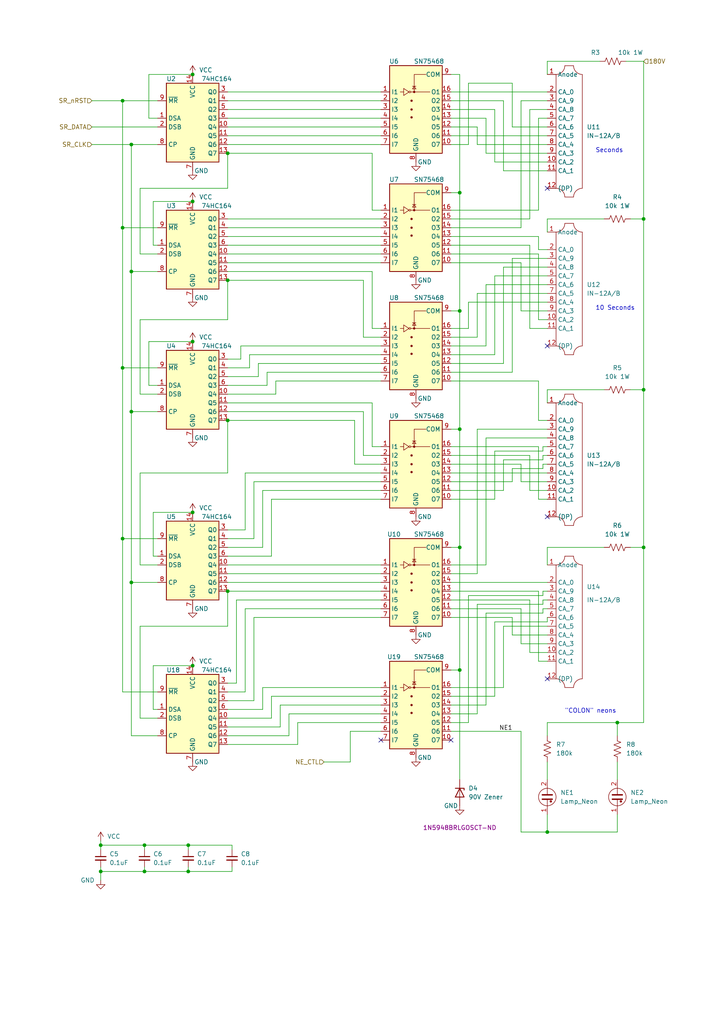
<source format=kicad_sch>
(kicad_sch (version 20211123) (generator eeschema)
  (paper "A4" portrait)
  (lib_symbols
    (symbol "74xx:74HC164"
      (property "Reference" "U" (at 1.905 -13.97 0))
      (property "Value" "74HC164" (at 1.905 -16.51 0))
      (symbol "74HC164_0_1"
        (rectangle (start 7.62 10.16) (end -7.62 -12.7) (stroke (width 0.254)) (fill (type background)))
      )
      (symbol "74HC164_1_1"
        (pin input line (at -10.16 0 0) (length 2.54) (name "DSA") (number "1"))
        (pin output line (at 10.16 -2.54 180) (length 2.54) (name "Q4") (number "10"))
        (pin output line (at 10.16 -5.08 180) (length 2.54) (name "Q5") (number "11"))
        (pin output line (at 10.16 -7.62 180) (length 2.54) (name "Q6") (number "12"))
        (pin output line (at 10.16 -10.16 180) (length 2.54) (name "Q7") (number "13"))
        (pin power_in line (at 0 12.7 270) (length 2.54) (name "VCC") (number "14"))
        (pin input line (at -10.16 -2.54 0) (length 2.54) (name "DSB") (number "2"))
        (pin output line (at 10.16 7.62 180) (length 2.54) (name "Q0") (number "3"))
        (pin output line (at 10.16 5.08 180) (length 2.54) (name "Q1") (number "4"))
        (pin output line (at 10.16 2.54 180) (length 2.54) (name "Q2") (number "5"))
        (pin output line (at 10.16 0 180) (length 2.54) (name "Q3") (number "6"))
        (pin power_in line (at 0 -15.24 90) (length 2.54) (name "GND") (number "7"))
        (pin input line (at -10.16 -7.62 0) (length 2.54) (name "CP") (number "8"))
        (pin input line (at -10.16 5.08 0) (length 2.54) (name "~{MR}") (number "9"))
      )
    )
    (symbol "Device:C_Small" (pin_numbers hide) (pin_names (offset 0.254) hide)
      (property "Reference" "C" (at 0.254 1.778 0))
      (property "Value" "C_Small" (at 0.254 -2.032 0))
      (symbol "C_Small_0_1"
        (polyline (pts (xy -1.524 -0.508) (xy 1.524 -0.508)) (stroke (width 0.3302)))
        (polyline (pts (xy -1.524 0.508) (xy 1.524 0.508)) (stroke (width 0.3048)))
      )
      (symbol "C_Small_1_1"
        (pin passive line (at 0 2.54 270) (length 2.032) (name "~") (number "1"))
        (pin passive line (at 0 -2.54 90) (length 2.032) (name "~") (number "2"))
      )
    )
    (symbol "Device:D_Zener" (pin_numbers hide) (pin_names (offset 1.016) hide)
      (property "Reference" "D" (at 0 2.54 0))
      (property "Value" "D_Zener" (at 0 -2.54 0))
      (symbol "D_Zener_0_1"
        (polyline (pts (xy 1.27 0) (xy -1.27 0)))
        (polyline (pts (xy -1.27 -1.27) (xy -1.27 1.27) (xy -0.762 1.27)) (stroke (width 0.254)))
        (polyline (pts (xy 1.27 -1.27) (xy 1.27 1.27) (xy -1.27 0) (xy 1.27 -1.27)) (stroke (width 0.254)))
      )
      (symbol "D_Zener_1_1"
        (pin passive line (at -3.81 0 0) (length 2.54) (name "K") (number "1"))
        (pin passive line (at 3.81 0 180) (length 2.54) (name "A") (number "2"))
      )
    )
    (symbol "Device:Lamp_Neon" (pin_names (offset 0.0254) hide)
      (property "Reference" "NE" (at 0.635 3.81 0))
      (property "Value" "Lamp_Neon" (at 0.635 -3.81 0))
      (symbol "Lamp_Neon_0_1"
        (rectangle (start -1.524 -0.508) (end 1.524 -0.762) (fill (type outline)))
        (rectangle (start -1.524 0.762) (end 1.524 0.508) (fill (type outline)))
        (polyline (pts (xy 0 -2.54) (xy 0 -0.762)))
        (polyline (pts (xy 0 0.762) (xy 0 2.54)))
        (circle (center 0 0) (radius 2.54))
        (circle (center 1.016 -1.27) (radius 0.254) (fill (type outline)))
      )
      (symbol "Lamp_Neon_1_1"
        (pin passive line (at 0 -5.08 90) (length 2.54) (name "~") (number "1"))
        (pin passive line (at 0 5.08 270) (length 2.54) (name "~") (number "2"))
      )
    )
    (symbol "Device:R_US" (pin_numbers hide) (pin_names (offset 0))
      (property "Reference" "R" (at 2.54 0 90))
      (property "Value" "R_US" (at -2.54 0 90))
      (symbol "R_US_0_1"
        (polyline (pts (xy 0 -2.286) (xy 0 -2.54)))
        (polyline (pts (xy 0 2.286) (xy 0 2.54)))
        (polyline (pts (xy 0 -0.762) (xy 1.016 -1.143) (xy 0 -1.524) (xy -1.016 -1.905) (xy 0 -2.286)))
        (polyline (pts (xy 0 0.762) (xy 1.016 0.381) (xy 0 0) (xy -1.016 -0.381) (xy 0 -0.762)))
        (polyline (pts (xy 0 2.286) (xy 1.016 1.905) (xy 0 1.524) (xy -1.016 1.143) (xy 0 0.762)))
      )
      (symbol "R_US_1_1"
        (pin passive line (at 0 3.81 270) (length 1.27) (name "~") (number "1"))
        (pin passive line (at 0 -3.81 90) (length 1.27) (name "~") (number "2"))
      )
    )
    (symbol "Transistor_Array:SN75468"
      (property "Reference" "U" (at 0 15.875 0))
      (property "Value" "SN75468" (at 0 13.97 0))
      (symbol "SN75468_0_1"
        (rectangle (start -7.62 -12.7) (end 7.62 12.7) (stroke (width 0.254)) (fill (type background)))
        (circle (center -1.778 5.08) (radius 0.254))
        (circle (center -1.27 -2.286) (radius 0.254) (fill (type outline)))
        (circle (center -1.27 0) (radius 0.254) (fill (type outline)))
        (circle (center -1.27 2.54) (radius 0.254) (fill (type outline)))
        (circle (center -0.508 5.08) (radius 0.254) (fill (type outline)))
        (polyline (pts (xy -4.572 5.08) (xy -3.556 5.08)))
        (polyline (pts (xy -1.524 5.08) (xy 4.064 5.08)))
        (polyline (pts (xy 0 6.731) (xy -1.016 6.731)))
        (polyline (pts (xy -0.508 5.08) (xy -0.508 10.16) (xy 2.921 10.16)))
        (polyline (pts (xy -3.556 6.096) (xy -3.556 4.064) (xy -2.032 5.08) (xy -3.556 6.096)))
        (polyline (pts (xy 0 5.969) (xy -1.016 5.969) (xy -0.508 6.731) (xy 0 5.969)))
      )
      (symbol "SN75468_1_1"
        (pin input line (at -10.16 5.08 0) (length 2.54) (name "I1") (number "1"))
        (pin open_collector line (at 10.16 -10.16 180) (length 2.54) (name "O7") (number "10"))
        (pin open_collector line (at 10.16 -7.62 180) (length 2.54) (name "O6") (number "11"))
        (pin open_collector line (at 10.16 -5.08 180) (length 2.54) (name "O5") (number "12"))
        (pin open_collector line (at 10.16 -2.54 180) (length 2.54) (name "O4") (number "13"))
        (pin open_collector line (at 10.16 0 180) (length 2.54) (name "O3") (number "14"))
        (pin open_collector line (at 10.16 2.54 180) (length 2.54) (name "O2") (number "15"))
        (pin open_collector line (at 10.16 5.08 180) (length 2.54) (name "O1") (number "16"))
        (pin input line (at -10.16 2.54 0) (length 2.54) (name "I2") (number "2"))
        (pin input line (at -10.16 0 0) (length 2.54) (name "I3") (number "3"))
        (pin input line (at -10.16 -2.54 0) (length 2.54) (name "I4") (number "4"))
        (pin input line (at -10.16 -5.08 0) (length 2.54) (name "I5") (number "5"))
        (pin input line (at -10.16 -7.62 0) (length 2.54) (name "I6") (number "6"))
        (pin input line (at -10.16 -10.16 0) (length 2.54) (name "I7") (number "7"))
        (pin power_in line (at 0 -15.24 90) (length 2.54) (name "GND") (number "8"))
        (pin passive line (at 10.16 10.16 180) (length 2.54) (name "COM") (number "9"))
      )
    )
    (symbol "my_nixies:IN-12A{slash}B"
      (property "Reference" "U" (at -1.27 7.62 0))
      (property "Value" "IN-12A{slash}B" (at 8.89 7.62 0))
      (symbol "IN-12A{slash}B_0_1"
        (polyline (pts (xy 2.54 -30.48) (xy 2.54 2.54)))
        (polyline (pts (xy 5.08 5.08) (xy 7.62 5.08)))
        (polyline (pts (xy 7.62 -33.02) (xy 5.08 -33.02)))
        (polyline (pts (xy 10.16 2.54) (xy 10.16 -30.48)))
        (arc (start 2.54 2.54) (mid 6.8761 0.7439) (end 5.08 5.08))
        (arc (start 5.08 -33.02) (mid 6.8761 -28.6839) (end 2.54 -30.48))
        (arc (start 7.62 5.08) (mid 5.8239 0.7439) (end 10.16 2.54))
        (arc (start 10.16 -30.48) (mid 5.8239 -28.6839) (end 7.62 -33.02))
      )
      (symbol "IN-12A{slash}B_1_1"
        (pin passive line (at 0 2.54 0) (length 2.54) (name "Anode") (number "1"))
        (pin passive line (at 0 -22.86 0) (length 2.54) (name "CA_2") (number "10"))
        (pin passive line (at 0 -25.4 0) (length 2.54) (name "CA_1") (number "11"))
        (pin passive line (at 0 -30.48 0) (length 2.54) (name "(DP)") (number "12"))
        (pin passive line (at 0 -2.54 0) (length 2.54) (name "CA_0") (number "2"))
        (pin passive line (at 0 -5.08 0) (length 2.54) (name "CA_9") (number "3"))
        (pin passive line (at 0 -7.62 0) (length 2.54) (name "CA_8") (number "4"))
        (pin passive line (at 0 -10.16 0) (length 2.54) (name "CA_7") (number "5"))
        (pin passive line (at 0 -12.7 0) (length 2.54) (name "CA_6") (number "6"))
        (pin passive line (at 0 -15.24 0) (length 2.54) (name "CA_5") (number "7"))
        (pin passive line (at 0 -17.78 0) (length 2.54) (name "CA_4") (number "8"))
        (pin passive line (at 0 -20.32 0) (length 2.54) (name "CA_3") (number "9"))
      )
    )
    (symbol "power:GND" (power) (pin_names (offset 0))
      (property "Value" "GND" (at 0 -3.81 0))
      (symbol "GND_0_1"
        (polyline (pts (xy 0 0) (xy 0 -1.27) (xy 1.27 -1.27) (xy 0 -2.54) (xy -1.27 -1.27) (xy 0 -1.27)))
      )
      (symbol "GND_1_1"
        (pin power_in line (at 0 0 270) (length 0) hide (name "GND") (number "1"))
      )
    )
    (symbol "power:VCC" (power) (pin_names (offset 0))
      (property "Value" "VCC" (at 0 3.81 0))
      (symbol "VCC_0_1"
        (polyline (pts (xy -0.762 1.27) (xy 0 2.54)))
        (polyline (pts (xy 0 0) (xy 0 2.54)))
        (polyline (pts (xy 0 2.54) (xy 0.762 1.27)))
      )
      (symbol "VCC_1_1"
        (pin power_in line (at 0 0 90) (length 0) hide (name "VCC") (number "1"))
      )
    )
  )
  (junction (at 158.75 241.3))
  (junction (at 54.61 252.73))
  (junction (at 55.88 148.59))
  (junction (at 38.1 168.91))
  (junction (at 66.04 171.45))
  (junction (at 133.35 55.88))
  (junction (at 41.91 245.11))
  (junction (at 55.88 58.42))
  (junction (at 35.56 156.21))
  (junction (at 35.56 106.68))
  (junction (at 186.69 63.5))
  (junction (at 35.56 66.04))
  (junction (at 133.35 158.75))
  (junction (at 41.91 252.73))
  (junction (at 38.1 119.38))
  (junction (at 186.69 113.03))
  (junction (at 35.56 29.21))
  (junction (at 29.21 245.11))
  (junction (at 66.04 44.45))
  (junction (at 66.04 121.92))
  (junction (at 55.88 21.59))
  (junction (at 38.1 78.74))
  (junction (at 54.61 245.11))
  (junction (at 38.1 41.91))
  (junction (at 55.88 99.06))
  (junction (at 179.07 209.55))
  (junction (at 133.35 194.31))
  (junction (at 186.69 158.75))
  (junction (at 55.88 193.04))
  (junction (at 66.04 81.28))
  (junction (at 133.35 90.17))
  (junction (at 29.21 252.73))
  (junction (at 133.35 124.46))
  (no_connect (at 130.81 214.63))
  (no_connect (at 158.75 149.86))
  (no_connect (at 158.75 196.85))
  (no_connect (at 110.49 214.63))
  (no_connect (at 158.75 54.61))
  (no_connect (at 158.75 100.33))
  (wire (pts (xy 143.51 130.81) (xy 157.48 130.81)))
  (wire (pts (xy 158.75 63.5) (xy 158.75 67.31)))
  (wire (pts (xy 153.67 132.08) (xy 153.67 142.24)))
  (wire (pts (xy 105.41 132.08) (xy 110.49 132.08)))
  (wire (pts (xy 130.81 132.08) (xy 153.67 132.08)))
  (wire (pts (xy 138.43 41.91) (xy 158.75 41.91)))
  (wire (pts (xy 66.04 171.45) (xy 66.04 181.61)))
  (wire (pts (xy 133.35 124.46) (xy 130.81 124.46)))
  (wire (pts (xy 130.81 179.07) (xy 148.59 179.07)))
  (wire (pts (xy 146.05 105.41) (xy 146.05 77.47)))
  (wire (pts (xy 151.13 186.69) (xy 158.75 186.69)))
  (wire (pts (xy 133.35 158.75) (xy 133.35 124.46)))
  (wire (pts (xy 140.97 34.29) (xy 140.97 44.45)))
  (wire (pts (xy 151.13 241.3) (xy 151.13 212.09)))
  (wire (pts (xy 130.81 199.39) (xy 146.05 199.39)))
  (wire (pts (xy 157.48 130.81) (xy 157.48 129.54)))
  (wire (pts (xy 66.04 81.28) (xy 105.41 81.28)))
  (wire (pts (xy 66.04 137.16) (xy 40.64 137.16)))
  (wire (pts (xy 146.05 77.47) (xy 158.75 77.47)))
  (wire (pts (xy 69.85 104.14) (xy 69.85 100.33)))
  (wire (pts (xy 105.41 97.79) (xy 110.49 97.79)))
  (wire (pts (xy 157.48 172.72) (xy 157.48 171.45)))
  (wire (pts (xy 66.04 44.45) (xy 107.95 44.45)))
  (wire (pts (xy 148.59 24.13) (xy 148.59 36.83)))
  (wire (pts (xy 143.51 80.01) (xy 158.75 80.01)))
  (wire (pts (xy 186.69 63.5) (xy 186.69 113.03)))
  (wire (pts (xy 66.04 39.37) (xy 110.49 39.37)))
  (wire (pts (xy 73.66 139.7) (xy 110.49 139.7)))
  (wire (pts (xy 38.1 41.91) (xy 38.1 78.74)))
  (wire (pts (xy 66.04 163.83) (xy 110.49 163.83)))
  (wire (pts (xy 148.59 179.07) (xy 148.59 184.15)))
  (wire (pts (xy 157.48 177.8) (xy 157.48 176.53)))
  (wire (pts (xy 73.66 203.2) (xy 73.66 179.07)))
  (wire (pts (xy 93.98 220.98) (xy 101.6 220.98)))
  (wire (pts (xy 130.81 73.66) (xy 156.21 73.66)))
  (wire (pts (xy 80.01 110.49) (xy 110.49 110.49)))
  (wire (pts (xy 76.2 199.39) (xy 110.49 199.39)))
  (wire (pts (xy 110.49 212.09) (xy 101.6 212.09)))
  (wire (pts (xy 179.07 209.55) (xy 179.07 213.36)))
  (wire (pts (xy 130.81 100.33) (xy 140.97 100.33)))
  (wire (pts (xy 153.67 95.25) (xy 158.75 95.25)))
  (wire (pts (xy 130.81 71.12) (xy 153.67 71.12)))
  (wire (pts (xy 40.64 137.16) (xy 40.64 163.83)))
  (wire (pts (xy 130.81 41.91) (xy 135.89 41.91)))
  (wire (pts (xy 38.1 213.36) (xy 45.72 213.36)))
  (wire (pts (xy 179.07 236.22) (xy 179.07 241.3)))
  (wire (pts (xy 133.35 158.75) (xy 130.81 158.75)))
  (wire (pts (xy 66.04 119.38) (xy 105.41 119.38)))
  (wire (pts (xy 44.45 205.74) (xy 44.45 193.04)))
  (wire (pts (xy 135.89 172.72) (xy 157.48 172.72)))
  (wire (pts (xy 181.61 17.78) (xy 186.69 17.78)))
  (wire (pts (xy 45.72 34.29) (xy 43.18 34.29)))
  (wire (pts (xy 130.81 102.87) (xy 143.51 102.87)))
  (wire (pts (xy 66.04 34.29) (xy 110.49 34.29)))
  (wire (pts (xy 73.66 156.21) (xy 73.66 139.7)))
  (wire (pts (xy 74.93 109.22) (xy 74.93 105.41)))
  (wire (pts (xy 157.48 175.26) (xy 157.48 173.99)))
  (wire (pts (xy 78.74 201.93) (xy 110.49 201.93)))
  (wire (pts (xy 130.81 21.59) (xy 133.35 21.59)))
  (wire (pts (xy 54.61 251.46) (xy 54.61 252.73)))
  (wire (pts (xy 157.48 133.35) (xy 157.48 132.08)))
  (wire (pts (xy 66.04 73.66) (xy 110.49 73.66)))
  (wire (pts (xy 130.81 204.47) (xy 140.97 204.47)))
  (wire (pts (xy 186.69 209.55) (xy 179.07 209.55)))
  (wire (pts (xy 26.67 36.83) (xy 45.72 36.83)))
  (wire (pts (xy 156.21 121.92) (xy 158.75 121.92)))
  (wire (pts (xy 157.48 171.45) (xy 158.75 171.45)))
  (wire (pts (xy 83.82 213.36) (xy 83.82 207.01)))
  (wire (pts (xy 146.05 49.53) (xy 158.75 49.53)))
  (wire (pts (xy 140.97 177.8) (xy 157.48 177.8)))
  (wire (pts (xy 130.81 29.21) (xy 146.05 29.21)))
  (wire (pts (xy 130.81 209.55) (xy 135.89 209.55)))
  (wire (pts (xy 151.13 90.17) (xy 158.75 90.17)))
  (wire (pts (xy 140.97 163.83) (xy 140.97 127)))
  (wire (pts (xy 78.74 161.29) (xy 78.74 144.78)))
  (wire (pts (xy 175.26 113.03) (xy 158.75 113.03)))
  (wire (pts (xy 140.97 100.33) (xy 140.97 82.55)))
  (wire (pts (xy 55.88 99.06) (xy 43.18 99.06)))
  (wire (pts (xy 153.67 63.5) (xy 130.81 63.5)))
  (wire (pts (xy 158.75 158.75) (xy 158.75 163.83)))
  (wire (pts (xy 133.35 194.31) (xy 133.35 158.75)))
  (wire (pts (xy 66.04 36.83) (xy 110.49 36.83)))
  (wire (pts (xy 66.04 44.45) (xy 66.04 54.61)))
  (wire (pts (xy 179.07 220.98) (xy 179.07 226.06)))
  (wire (pts (xy 45.72 200.66) (xy 35.56 200.66)))
  (wire (pts (xy 81.28 210.82) (xy 81.28 204.47)))
  (wire (pts (xy 40.64 73.66) (xy 45.72 73.66)))
  (wire (pts (xy 151.13 29.21) (xy 151.13 66.04)))
  (wire (pts (xy 35.56 156.21) (xy 35.56 106.68)))
  (wire (pts (xy 66.04 63.5) (xy 110.49 63.5)))
  (wire (pts (xy 45.72 156.21) (xy 35.56 156.21)))
  (wire (pts (xy 130.81 39.37) (xy 158.75 39.37)))
  (wire (pts (xy 130.81 144.78) (xy 143.51 144.78)))
  (wire (pts (xy 143.51 102.87) (xy 143.51 80.01)))
  (wire (pts (xy 157.48 135.89) (xy 157.48 134.62)))
  (wire (pts (xy 35.56 106.68) (xy 35.56 66.04)))
  (wire (pts (xy 148.59 36.83) (xy 158.75 36.83)))
  (wire (pts (xy 130.81 107.95) (xy 148.59 107.95)))
  (wire (pts (xy 143.51 144.78) (xy 143.51 130.81)))
  (wire (pts (xy 130.81 201.93) (xy 143.51 201.93)))
  (wire (pts (xy 138.43 207.01) (xy 138.43 175.26)))
  (wire (pts (xy 66.04 121.92) (xy 102.87 121.92)))
  (wire (pts (xy 38.1 168.91) (xy 38.1 213.36)))
  (wire (pts (xy 43.18 99.06) (xy 43.18 111.76)))
  (wire (pts (xy 148.59 135.89) (xy 157.48 135.89)))
  (wire (pts (xy 138.43 166.37) (xy 138.43 124.46)))
  (wire (pts (xy 44.45 58.42) (xy 55.88 58.42)))
  (wire (pts (xy 135.89 95.25) (xy 135.89 87.63)))
  (wire (pts (xy 175.26 63.5) (xy 158.75 63.5)))
  (wire (pts (xy 133.35 194.31) (xy 133.35 226.06)))
  (wire (pts (xy 158.75 241.3) (xy 179.07 241.3)))
  (wire (pts (xy 66.04 161.29) (xy 78.74 161.29)))
  (wire (pts (xy 130.81 139.7) (xy 148.59 139.7)))
  (wire (pts (xy 67.31 252.73) (xy 54.61 252.73)))
  (wire (pts (xy 66.04 26.67) (xy 110.49 26.67)))
  (wire (pts (xy 35.56 66.04) (xy 35.56 29.21)))
  (wire (pts (xy 158.75 236.22) (xy 158.75 241.3)))
  (wire (pts (xy 29.21 255.27) (xy 29.21 252.73)))
  (wire (pts (xy 138.43 85.09) (xy 158.75 85.09)))
  (wire (pts (xy 71.12 176.53) (xy 110.49 176.53)))
  (wire (pts (xy 143.51 180.34) (xy 158.75 180.34)))
  (wire (pts (xy 78.74 144.78) (xy 110.49 144.78)))
  (wire (pts (xy 130.81 176.53) (xy 151.13 176.53)))
  (wire (pts (xy 133.35 90.17) (xy 133.35 55.88)))
  (wire (pts (xy 66.04 41.91) (xy 110.49 41.91)))
  (wire (pts (xy 66.04 156.21) (xy 73.66 156.21)))
  (wire (pts (xy 130.81 129.54) (xy 156.21 129.54)))
  (wire (pts (xy 148.59 184.15) (xy 158.75 184.15)))
  (wire (pts (xy 66.04 208.28) (xy 78.74 208.28)))
  (wire (pts (xy 41.91 252.73) (xy 29.21 252.73)))
  (wire (pts (xy 130.81 31.75) (xy 143.51 31.75)))
  (wire (pts (xy 182.88 113.03) (xy 186.69 113.03)))
  (wire (pts (xy 40.64 163.83) (xy 45.72 163.83)))
  (wire (pts (xy 77.47 107.95) (xy 110.49 107.95)))
  (wire (pts (xy 130.81 173.99) (xy 153.67 173.99)))
  (wire (pts (xy 66.04 168.91) (xy 110.49 168.91)))
  (wire (pts (xy 54.61 252.73) (xy 41.91 252.73)))
  (wire (pts (xy 135.89 87.63) (xy 158.75 87.63)))
  (wire (pts (xy 130.81 105.41) (xy 146.05 105.41)))
  (wire (pts (xy 76.2 142.24) (xy 110.49 142.24)))
  (wire (pts (xy 35.56 29.21) (xy 45.72 29.21)))
  (wire (pts (xy 158.75 180.34) (xy 158.75 179.07)))
  (wire (pts (xy 38.1 119.38) (xy 45.72 119.38)))
  (wire (pts (xy 66.04 205.74) (xy 76.2 205.74)))
  (wire (pts (xy 130.81 163.83) (xy 140.97 163.83)))
  (wire (pts (xy 66.04 116.84) (xy 107.95 116.84)))
  (wire (pts (xy 107.95 78.74) (xy 107.95 95.25)))
  (wire (pts (xy 156.21 72.39) (xy 158.75 72.39)))
  (wire (pts (xy 38.1 119.38) (xy 38.1 168.91)))
  (wire (pts (xy 29.21 245.11) (xy 29.21 246.38)))
  (wire (pts (xy 130.81 166.37) (xy 138.43 166.37)))
  (wire (pts (xy 43.18 34.29) (xy 43.18 21.59)))
  (wire (pts (xy 38.1 78.74) (xy 45.72 78.74)))
  (wire (pts (xy 133.35 124.46) (xy 133.35 90.17)))
  (wire (pts (xy 35.56 106.68) (xy 45.72 106.68)))
  (wire (pts (xy 146.05 29.21) (xy 146.05 49.53)))
  (wire (pts (xy 44.45 148.59) (xy 55.88 148.59)))
  (wire (pts (xy 45.72 71.12) (xy 44.45 71.12)))
  (wire (pts (xy 130.81 110.49) (xy 156.21 110.49)))
  (wire (pts (xy 54.61 246.38) (xy 54.61 245.11)))
  (wire (pts (xy 148.59 139.7) (xy 148.59 135.89)))
  (wire (pts (xy 44.45 193.04) (xy 55.88 193.04)))
  (wire (pts (xy 133.35 90.17) (xy 130.81 90.17)))
  (wire (pts (xy 143.51 31.75) (xy 143.51 46.99)))
  (wire (pts (xy 67.31 251.46) (xy 67.31 252.73)))
  (wire (pts (xy 130.81 60.96) (xy 156.21 60.96)))
  (wire (pts (xy 158.75 17.78) (xy 158.75 21.59)))
  (wire (pts (xy 35.56 66.04) (xy 45.72 66.04)))
  (wire (pts (xy 66.04 158.75) (xy 76.2 158.75)))
  (wire (pts (xy 151.13 241.3) (xy 158.75 241.3)))
  (wire (pts (xy 105.41 119.38) (xy 105.41 132.08)))
  (wire (pts (xy 66.04 200.66) (xy 71.12 200.66)))
  (wire (pts (xy 41.91 246.38) (xy 41.91 245.11)))
  (wire (pts (xy 66.04 203.2) (xy 73.66 203.2)))
  (wire (pts (xy 130.81 137.16) (xy 158.75 137.16)))
  (wire (pts (xy 153.67 31.75) (xy 153.67 63.5)))
  (wire (pts (xy 78.74 208.28) (xy 78.74 201.93)))
  (wire (pts (xy 158.75 113.03) (xy 158.75 116.84)))
  (wire (pts (xy 158.75 34.29) (xy 156.21 34.29)))
  (wire (pts (xy 156.21 34.29) (xy 156.21 60.96)))
  (wire (pts (xy 146.05 181.61) (xy 158.75 181.61)))
  (wire (pts (xy 44.45 161.29) (xy 44.45 148.59)))
  (wire (pts (xy 35.56 156.21) (xy 35.56 200.66)))
  (wire (pts (xy 38.1 78.74) (xy 38.1 119.38)))
  (wire (pts (xy 140.97 127) (xy 158.75 127)))
  (wire (pts (xy 41.91 245.11) (xy 29.21 245.11)))
  (wire (pts (xy 158.75 213.36) (xy 158.75 209.55)))
  (wire (pts (xy 76.2 205.74) (xy 76.2 199.39)))
  (wire (pts (xy 68.58 173.99) (xy 110.49 173.99)))
  (wire (pts (xy 138.43 97.79) (xy 138.43 85.09)))
  (wire (pts (xy 40.64 92.71) (xy 40.64 114.3)))
  (wire (pts (xy 66.04 109.22) (xy 74.93 109.22)))
  (wire (pts (xy 158.75 209.55) (xy 179.07 209.55)))
  (wire (pts (xy 146.05 142.24) (xy 146.05 133.35)))
  (wire (pts (xy 158.75 29.21) (xy 151.13 29.21)))
  (wire (pts (xy 26.67 29.21) (xy 35.56 29.21)))
  (wire (pts (xy 156.21 110.49) (xy 156.21 121.92)))
  (wire (pts (xy 102.87 121.92) (xy 102.87 134.62)))
  (wire (pts (xy 107.95 44.45) (xy 107.95 60.96)))
  (wire (pts (xy 156.21 144.78) (xy 158.75 144.78)))
  (wire (pts (xy 80.01 114.3) (xy 80.01 110.49)))
  (wire (pts (xy 143.51 46.99) (xy 158.75 46.99)))
  (wire (pts (xy 130.81 168.91) (xy 158.75 168.91)))
  (wire (pts (xy 130.81 207.01) (xy 138.43 207.01)))
  (wire (pts (xy 130.81 142.24) (xy 146.05 142.24)))
  (wire (pts (xy 66.04 213.36) (xy 83.82 213.36)))
  (wire (pts (xy 38.1 168.91) (xy 45.72 168.91)))
  (wire (pts (xy 153.67 189.23) (xy 158.75 189.23)))
  (wire (pts (xy 138.43 36.83) (xy 138.43 41.91)))
  (wire (pts (xy 66.04 181.61) (xy 40.64 181.61)))
  (wire (pts (xy 86.36 209.55) (xy 110.49 209.55)))
  (wire (pts (xy 72.39 102.87) (xy 110.49 102.87)))
  (wire (pts (xy 156.21 171.45) (xy 156.21 191.77)))
  (wire (pts (xy 76.2 158.75) (xy 76.2 142.24)))
  (wire (pts (xy 186.69 113.03) (xy 186.69 158.75)))
  (wire (pts (xy 140.97 44.45) (xy 158.75 44.45)))
  (wire (pts (xy 54.61 245.11) (xy 41.91 245.11)))
  (wire (pts (xy 186.69 17.78) (xy 186.69 63.5)))
  (wire (pts (xy 146.05 199.39) (xy 146.05 181.61)))
  (wire (pts (xy 157.48 129.54) (xy 158.75 129.54)))
  (wire (pts (xy 186.69 63.5) (xy 182.88 63.5)))
  (wire (pts (xy 105.41 81.28) (xy 105.41 97.79)))
  (wire (pts (xy 66.04 153.67) (xy 71.12 153.67)))
  (wire (pts (xy 151.13 176.53) (xy 151.13 186.69)))
  (wire (pts (xy 148.59 107.95) (xy 148.59 74.93)))
  (wire (pts (xy 43.18 21.59) (xy 55.88 21.59)))
  (wire (pts (xy 156.21 92.71) (xy 158.75 92.71)))
  (wire (pts (xy 67.31 245.11) (xy 54.61 245.11)))
  (wire (pts (xy 66.04 76.2) (xy 110.49 76.2)))
  (wire (pts (xy 140.97 204.47) (xy 140.97 177.8)))
  (wire (pts (xy 66.04 171.45) (xy 110.49 171.45)))
  (wire (pts (xy 40.64 181.61) (xy 40.64 208.28)))
  (wire (pts (xy 40.64 54.61) (xy 40.64 73.66)))
  (wire (pts (xy 151.13 139.7) (xy 158.75 139.7)))
  (wire (pts (xy 153.67 142.24) (xy 158.75 142.24)))
  (wire (pts (xy 66.04 215.9) (xy 86.36 215.9)))
  (wire (pts (xy 157.48 134.62) (xy 158.75 134.62)))
  (wire (pts (xy 157.48 176.53) (xy 158.75 176.53)))
  (wire (pts (xy 66.04 106.68) (xy 72.39 106.68)))
  (wire (pts (xy 66.04 198.12) (xy 68.58 198.12)))
  (wire (pts (xy 66.04 66.04) (xy 110.49 66.04)))
  (wire (pts (xy 130.81 76.2) (xy 151.13 76.2)))
  (wire (pts (xy 66.04 29.21) (xy 110.49 29.21)))
  (wire (pts (xy 29.21 252.73) (xy 29.21 251.46)))
  (wire (pts (xy 151.13 212.09) (xy 130.81 212.09)))
  (wire (pts (xy 66.04 111.76) (xy 77.47 111.76)))
  (wire (pts (xy 66.04 54.61) (xy 40.64 54.61)))
  (wire (pts (xy 45.72 41.91) (xy 38.1 41.91)))
  (wire (pts (xy 66.04 104.14) (xy 69.85 104.14)))
  (wire (pts (xy 153.67 71.12) (xy 153.67 95.25)))
  (wire (pts (xy 156.21 129.54) (xy 156.21 144.78)))
  (wire (pts (xy 107.95 116.84) (xy 107.95 129.54)))
  (wire (pts (xy 66.04 68.58) (xy 110.49 68.58)))
  (wire (pts (xy 66.04 121.92) (xy 66.04 137.16)))
  (wire (pts (xy 151.13 66.04) (xy 130.81 66.04)))
  (wire (pts (xy 130.81 134.62) (xy 151.13 134.62)))
  (wire (pts (xy 45.72 161.29) (xy 44.45 161.29)))
  (wire (pts (xy 71.12 153.67) (xy 71.12 137.16)))
  (wire (pts (xy 66.04 78.74) (xy 107.95 78.74)))
  (wire (pts (xy 66.04 166.37) (xy 110.49 166.37)))
  (wire (pts (xy 182.88 158.75) (xy 186.69 158.75)))
  (wire (pts (xy 130.81 95.25) (xy 135.89 95.25)))
  (wire (pts (xy 186.69 158.75) (xy 186.69 209.55)))
  (wire (pts (xy 133.35 55.88) (xy 130.81 55.88)))
  (wire (pts (xy 67.31 246.38) (xy 67.31 245.11)))
  (wire (pts (xy 66.04 31.75) (xy 110.49 31.75)))
  (wire (pts (xy 81.28 204.47) (xy 110.49 204.47)))
  (wire (pts (xy 135.89 209.55) (xy 135.89 172.72)))
  (wire (pts (xy 156.21 68.58) (xy 156.21 72.39)))
  (wire (pts (xy 143.51 201.93) (xy 143.51 180.34)))
  (wire (pts (xy 26.67 41.91) (xy 38.1 41.91)))
  (wire (pts (xy 74.93 105.41) (xy 110.49 105.41)))
  (wire (pts (xy 72.39 106.68) (xy 72.39 102.87)))
  (wire (pts (xy 157.48 132.08) (xy 158.75 132.08)))
  (wire (pts (xy 66.04 92.71) (xy 40.64 92.71)))
  (wire (pts (xy 135.89 41.91) (xy 135.89 24.13)))
  (wire (pts (xy 148.59 74.93) (xy 158.75 74.93)))
  (wire (pts (xy 68.58 198.12) (xy 68.58 173.99)))
  (wire (pts (xy 130.81 34.29) (xy 140.97 34.29)))
  (wire (pts (xy 130.81 36.83) (xy 138.43 36.83)))
  (wire (pts (xy 107.95 129.54) (xy 110.49 129.54)))
  (wire (pts (xy 107.95 95.25) (xy 110.49 95.25)))
  (wire (pts (xy 158.75 220.98) (xy 158.75 226.06)))
  (wire (pts (xy 158.75 31.75) (xy 153.67 31.75)))
  (wire (pts (xy 140.97 82.55) (xy 158.75 82.55)))
  (wire (pts (xy 41.91 251.46) (xy 41.91 252.73)))
  (wire (pts (xy 45.72 205.74) (xy 44.45 205.74)))
  (wire (pts (xy 130.81 171.45) (xy 156.21 171.45)))
  (wire (pts (xy 138.43 175.26) (xy 157.48 175.26)))
  (wire (pts (xy 73.66 179.07) (xy 110.49 179.07)))
  (wire (pts (xy 66.04 114.3) (xy 80.01 114.3)))
  (wire (pts (xy 43.18 111.76) (xy 45.72 111.76)))
  (wire (pts (xy 130.81 26.67) (xy 158.75 26.67)))
  (wire (pts (xy 40.64 208.28) (xy 45.72 208.28)))
  (wire (pts (xy 40.64 114.3) (xy 45.72 114.3)))
  (wire (pts (xy 77.47 111.76) (xy 77.47 107.95)))
  (wire (pts (xy 130.81 194.31) (xy 133.35 194.31)))
  (wire (pts (xy 157.48 173.99) (xy 158.75 173.99)))
  (wire (pts (xy 44.45 71.12) (xy 44.45 58.42)))
  (wire (pts (xy 151.13 134.62) (xy 151.13 139.7)))
  (wire (pts (xy 86.36 215.9) (xy 86.36 209.55)))
  (wire (pts (xy 138.43 124.46) (xy 158.75 124.46)))
  (wire (pts (xy 156.21 73.66) (xy 156.21 92.71)))
  (wire (pts (xy 173.99 17.78) (xy 158.75 17.78)))
  (wire (pts (xy 130.81 68.58) (xy 156.21 68.58)))
  (wire (pts (xy 69.85 100.33) (xy 110.49 100.33)))
  (wire (pts (xy 151.13 76.2) (xy 151.13 90.17)))
  (wire (pts (xy 71.12 137.16) (xy 110.49 137.16)))
  (wire (pts (xy 130.81 97.79) (xy 138.43 97.79)))
  (wire (pts (xy 71.12 200.66) (xy 71.12 176.53)))
  (wire (pts (xy 175.26 158.75) (xy 158.75 158.75)))
  (wire (pts (xy 101.6 212.09) (xy 101.6 220.98)))
  (wire (pts (xy 66.04 210.82) (xy 81.28 210.82)))
  (wire (pts (xy 133.35 21.59) (xy 133.35 55.88)))
  (wire (pts (xy 83.82 207.01) (xy 110.49 207.01)))
  (wire (pts (xy 66.04 81.28) (xy 66.04 92.71)))
  (wire (pts (xy 29.21 243.84) (xy 29.21 245.11)))
  (wire (pts (xy 135.89 24.13) (xy 148.59 24.13)))
  (wire (pts (xy 102.87 134.62) (xy 110.49 134.62)))
  (wire (pts (xy 156.21 191.77) (xy 158.75 191.77)))
  (wire (pts (xy 107.95 60.96) (xy 110.49 60.96)))
  (wire (pts (xy 66.04 71.12) (xy 110.49 71.12)))
  (wire (pts (xy 146.05 133.35) (xy 157.48 133.35)))
  (wire (pts (xy 153.67 173.99) (xy 153.67 189.23)))
  (text "\"COLON\" neons" (at 163.83 207.01 0) (effects (font (size 1.27 1.27)) (justify left bottom)))
  (text "Seconds" (at 172.72 44.45 0) (effects (font (size 1.27 1.27)) (justify left bottom)))
  (text "10 Seconds" (at 172.72 90.17 0) (effects (font (size 1.27 1.27)) (justify left bottom)))
  (label "NE1" (at 144.78 212.09 0))
  (hierarchical_label "SR_DATA" (shape input) (at 26.67 36.83 180))
  (hierarchical_label "SR_nRST" (shape input) (at 26.67 29.21 180))
  (hierarchical_label "NE_CTL" (shape input) (at 93.98 220.98 180))
  (hierarchical_label "SR_CLK" (shape input) (at 26.67 41.91 180))
  (hierarchical_label "180V" (shape input) (at 186.69 17.78 0))
  (symbol (lib_id "Device:D_Zener") (at 133.35 229.87 270) (unit 1)
    (property "Reference" "D4" (at 135.89 228.5999 90) (effects (justify left)))
    (property "Value" "90V Zener" (at 135.89 231.1399 90) (effects (justify left)))
    (property "Footprint" "Diode_THT:D_DO-41_SOD81_P10.16mm_Horizontal" (effects hide))
    (property "CatNo" "1N5948BRLGOSCT-ND" (at 133.35 240.03 90))
  )
  (symbol (lib_id "Device:C_Small") (at 41.91 248.92 0) (unit 1)
    (property "Reference" "C6" (at 44.45 247.6562 0) (effects (justify left)))
    (property "Value" "0.1uF" (at 44.45 250.1962 0) (effects (justify left)))
    (property "Footprint" "Capacitor_THT:C_Disc_D3.0mm_W1.6mm_P2.50mm" (effects hide))
  )
  (symbol (lib_id "power:GND") (at 55.88 220.98 0) (unit 1)
    (property "Reference" "#PWR043" (effects hide))
    (property "Value" "GND" (at 58.42 220.98 0))
  )
  (symbol (lib_id "Device:R_US") (at 179.07 113.03 90) (unit 1)
    (property "Reference" "R5" (at 179.07 106.68 90))
    (property "Value" "10k 1W" (at 179.07 109.22 90))
    (property "Footprint" "Resistor_THT:R_Axial_DIN0414_L11.9mm_D4.5mm_P20.32mm_Horizontal" (effects hide))
    (property "CatNo" "A105978CT-ND" (effects hide))
  )
  (symbol (lib_id "Transistor_Array:SN75468") (at 120.65 100.33 0) (unit 1)
    (property "Reference" "U8" (at 114.3 86.36 0))
    (property "Value" "SN75468" (at 124.46 86.36 0))
    (property "Footprint" "Package_DIP:DIP-16_W7.62mm_Socket" (effects hide))
    (property "Datasheet" "http://www.ti.com/lit/ds/slrs023e/slrs023e.pdf" (effects hide))
    (property "CatNo" "296-9917-5-ND" (effects hide))
  )
  (symbol (lib_id "Device:R_US") (at 179.07 217.17 180) (unit 1)
    (property "Reference" "R8" (at 181.61 215.8999 0) (effects (justify right)))
    (property "Value" "180k" (at 181.61 218.4399 0) (effects (justify right)))
    (property "Footprint" "Resistor_THT:R_Axial_DIN0207_L6.3mm_D2.5mm_P10.16mm_Horizontal" (effects hide))
  )
  (symbol (lib_id "Device:C_Small") (at 29.21 248.92 0) (unit 1)
    (property "Reference" "C5" (at 31.75 247.6562 0) (effects (justify left)))
    (property "Value" "0.1uF" (at 31.75 250.1962 0) (effects (justify left)))
    (property "Footprint" "Capacitor_THT:C_Disc_D3.0mm_W1.6mm_P2.50mm" (effects hide))
  )
  (symbol (lib_id "power:VCC") (at 55.88 193.04 0) (unit 1)
    (property "Reference" "#PWR042" (effects hide))
    (property "Value" "VCC" (at 59.69 191.77 0))
  )
  (symbol (lib_id "Transistor_Array:SN75468") (at 120.65 31.75 0) (unit 1)
    (property "Reference" "U6" (at 114.3 17.78 0))
    (property "Value" "SN75468" (at 124.46 17.78 0))
    (property "Footprint" "Package_DIP:DIP-16_W7.62mm_Socket" (effects hide))
    (property "Datasheet" "http://www.ti.com/lit/ds/slrs023e/slrs023e.pdf" (effects hide))
    (property "CatNo" "296-9917-5-ND" (effects hide))
  )
  (symbol (lib_id "Device:R_US") (at 179.07 158.75 90) (unit 1)
    (property "Reference" "R6" (at 179.07 152.4 90))
    (property "Value" "10k 1W" (at 179.07 154.94 90))
    (property "Footprint" "Resistor_THT:R_Axial_DIN0414_L11.9mm_D4.5mm_P20.32mm_Horizontal" (effects hide))
    (property "CatNo" "A105978CT-ND" (effects hide))
  )
  (symbol (lib_id "power:GND") (at 133.35 233.68 0) (mirror y) (unit 1)
    (property "Reference" "#PWR023" (effects hide))
    (property "Value" "GND" (at 130.81 233.68 0))
  )
  (symbol (lib_id "Device:Lamp_Neon") (at 158.75 231.14 0) (unit 1)
    (property "Reference" "NE1" (at 162.56 229.8699 0) (effects (justify left)))
    (property "Value" "Lamp_Neon" (at 162.56 232.4099 0) (effects (justify left)))
    (property "Footprint" "Connector_PinHeader_2.54mm:PinHeader_1x02_P2.54mm_Vertical" (effects hide))
    (property "CatNo" "A1C-ND" (effects hide))
  )
  (symbol (lib_id "Device:R_US") (at 179.07 63.5 90) (unit 1)
    (property "Reference" "R4" (at 179.07 57.15 90))
    (property "Value" "10k 1W" (at 179.07 59.69 90))
    (property "Footprint" "Resistor_THT:R_Axial_DIN0414_L11.9mm_D4.5mm_P20.32mm_Horizontal" (effects hide))
    (property "CatNo" "A105978CT-ND" (effects hide))
  )
  (symbol (lib_id "power:GND") (at 29.21 255.27 0) (mirror y) (unit 1)
    (property "Reference" "#PWR025" (effects hide))
    (property "Value" "GND" (at 25.4 255.27 0))
  )
  (symbol (lib_id "power:GND") (at 55.88 49.53 0) (unit 1)
    (property "Reference" "#PWR011" (effects hide))
    (property "Value" "GND" (at 58.42 49.53 0))
  )
  (symbol (lib_id "74xx:74HC164") (at 55.88 71.12 0) (unit 1)
    (property "Reference" "U3" (at 48.26 59.69 0) (effects (justify left)))
    (property "Value" "74HC164" (at 58.42 59.69 0) (effects (justify left)))
    (property "Footprint" "Package_DIP:DIP-14_W7.62mm_Socket" (effects hide))
    (property "Datasheet" "https://assets.nexperia.com/documents/data-sheet/74HC_HCT164.pdf" (effects hide))
  )
  (symbol (lib_id "my_nixies:IN-12A{slash}B") (at 158.75 69.85 0) (unit 1)
    (property "Reference" "U12" (at 170.18 82.5499 0) (effects (justify left)))
    (property "Value" "IN-12A/B" (at 170.18 85.0899 0) (effects (justify left)))
    (property "Footprint" "nixie-8422:Nixie-8422-14pin" (effects hide))
  )
  (symbol (lib_id "74xx:74HC164") (at 55.88 205.74 0) (unit 1)
    (property "Reference" "U18" (at 48.26 194.31 0) (effects (justify left)))
    (property "Value" "74HC164" (at 58.42 194.31 0) (effects (justify left)))
    (property "Footprint" "Package_DIP:DIP-14_W7.62mm_Socket" (effects hide))
    (property "Datasheet" "https://assets.nexperia.com/documents/data-sheet/74HC_HCT164.pdf" (effects hide))
  )
  (symbol (lib_id "74xx:74HC164") (at 55.88 111.76 0) (unit 1)
    (property "Reference" "U4" (at 48.26 100.33 0) (effects (justify left)))
    (property "Value" "74HC164" (at 58.42 100.33 0) (effects (justify left)))
    (property "Footprint" "Package_DIP:DIP-14_W7.62mm_Socket" (effects hide))
    (property "Datasheet" "https://assets.nexperia.com/documents/data-sheet/74HC_HCT164.pdf" (effects hide))
  )
  (symbol (lib_id "power:GND") (at 120.65 184.15 0) (unit 1)
    (property "Reference" "#PWR022" (effects hide))
    (property "Value" "GND" (at 123.19 184.15 0))
  )
  (symbol (lib_id "my_nixies:IN-12A{slash}B") (at 158.75 119.38 0) (unit 1)
    (property "Reference" "U13" (at 170.18 132.0799 0) (effects (justify left)))
    (property "Value" "IN-12A/B" (at 170.18 134.6199 0) (effects (justify left)))
    (property "Footprint" "nixie-8422:Nixie-8422-14pin" (effects hide))
  )
  (symbol (lib_id "Device:Lamp_Neon") (at 179.07 231.14 0) (unit 1)
    (property "Reference" "NE2" (at 182.88 229.8699 0) (effects (justify left)))
    (property "Value" "Lamp_Neon" (at 182.88 232.4099 0) (effects (justify left)))
    (property "Footprint" "Connector_PinHeader_2.54mm:PinHeader_1x02_P2.54mm_Vertical" (effects hide))
    (property "CatNo" "A1C-ND" (effects hide))
  )
  (symbol (lib_id "power:GND") (at 55.88 127 0) (unit 1)
    (property "Reference" "#PWR015" (effects hide))
    (property "Value" "GND" (at 58.42 127 0))
  )
  (symbol (lib_id "power:GND") (at 120.65 46.99 0) (unit 1)
    (property "Reference" "#PWR018" (effects hide))
    (property "Value" "GND" (at 123.19 46.99 0))
  )
  (symbol (lib_id "power:VCC") (at 55.88 58.42 0) (unit 1)
    (property "Reference" "#PWR012" (effects hide))
    (property "Value" "VCC" (at 59.69 57.15 0))
  )
  (symbol (lib_id "power:GND") (at 120.65 115.57 0) (unit 1)
    (property "Reference" "#PWR020" (effects hide))
    (property "Value" "GND" (at 123.19 115.57 0))
  )
  (symbol (lib_id "Device:R_US") (at 158.75 217.17 180) (unit 1)
    (property "Reference" "R7" (at 161.29 215.8999 0) (effects (justify right)))
    (property "Value" "180k" (at 161.29 218.4399 0) (effects (justify right)))
    (property "Footprint" "Resistor_THT:R_Axial_DIN0207_L6.3mm_D2.5mm_P10.16mm_Horizontal" (effects hide))
  )
  (symbol (lib_id "power:VCC") (at 55.88 148.59 0) (unit 1)
    (property "Reference" "#PWR016" (effects hide))
    (property "Value" "VCC" (at 59.69 147.32 0))
  )
  (symbol (lib_id "Device:C_Small") (at 67.31 248.92 0) (unit 1)
    (property "Reference" "C8" (at 69.85 247.6562 0) (effects (justify left)))
    (property "Value" "0.1uF" (at 69.85 250.1962 0) (effects (justify left)))
    (property "Footprint" "Capacitor_THT:C_Disc_D3.0mm_W1.6mm_P2.50mm" (effects hide))
  )
  (symbol (lib_id "Transistor_Array:SN75468") (at 120.65 204.47 0) (unit 1)
    (property "Reference" "U19" (at 114.3 190.5 0))
    (property "Value" "SN75468" (at 124.46 190.5 0))
    (property "Footprint" "Package_DIP:DIP-16_W7.62mm_Socket" (effects hide))
    (property "Datasheet" "http://www.ti.com/lit/ds/slrs023e/slrs023e.pdf" (effects hide))
    (property "CatNo" "296-9917-5-ND" (effects hide))
  )
  (symbol (lib_id "Device:C_Small") (at 54.61 248.92 0) (unit 1)
    (property "Reference" "C7" (at 57.15 247.6562 0) (effects (justify left)))
    (property "Value" "0.1uF" (at 57.15 250.1962 0) (effects (justify left)))
    (property "Footprint" "Capacitor_THT:C_Disc_D3.0mm_W1.6mm_P2.50mm" (effects hide))
  )
  (symbol (lib_id "Transistor_Array:SN75468") (at 120.65 168.91 0) (unit 1)
    (property "Reference" "U10" (at 114.3 154.94 0))
    (property "Value" "SN75468" (at 124.46 154.94 0))
    (property "Footprint" "Package_DIP:DIP-16_W7.62mm_Socket" (effects hide))
    (property "Datasheet" "http://www.ti.com/lit/ds/slrs023e/slrs023e.pdf" (effects hide))
    (property "CatNo" "296-9917-5-ND" (effects hide))
  )
  (symbol (lib_id "Device:R_US") (at 177.8 17.78 90) (unit 1)
    (property "Reference" "R3" (at 172.72 15.24 90))
    (property "Value" "10k 1W" (at 182.88 15.24 90))
    (property "Footprint" "Resistor_THT:R_Axial_DIN0414_L11.9mm_D4.5mm_P20.32mm_Horizontal" (effects hide))
    (property "CatNo" "A105978CT-ND" (effects hide))
  )
  (symbol (lib_id "Transistor_Array:SN75468") (at 120.65 66.04 0) (unit 1)
    (property "Reference" "U7" (at 114.3 52.07 0))
    (property "Value" "SN75468" (at 124.46 52.07 0))
    (property "Footprint" "Package_DIP:DIP-16_W7.62mm_Socket" (effects hide))
    (property "Datasheet" "http://www.ti.com/lit/ds/slrs023e/slrs023e.pdf" (effects hide))
    (property "CatNo" "296-9917-5-ND" (effects hide))
  )
  (symbol (lib_id "74xx:74HC164") (at 55.88 161.29 0) (unit 1)
    (property "Reference" "U5" (at 48.26 149.86 0) (effects (justify left)))
    (property "Value" "74HC164" (at 58.42 149.86 0) (effects (justify left)))
    (property "Footprint" "Package_DIP:DIP-14_W7.62mm_Socket" (effects hide))
    (property "Datasheet" "https://assets.nexperia.com/documents/data-sheet/74HC_HCT164.pdf" (effects hide))
  )
  (symbol (lib_id "power:VCC") (at 29.21 243.84 0) (unit 1)
    (property "Reference" "#PWR024" (effects hide))
    (property "Value" "VCC" (at 33.02 242.57 0))
  )
  (symbol (lib_id "power:GND") (at 120.65 81.28 0) (unit 1)
    (property "Reference" "#PWR019" (effects hide))
    (property "Value" "GND" (at 123.19 81.28 0))
  )
  (symbol (lib_id "my_nixies:IN-12A{slash}B") (at 158.75 24.13 0) (unit 1)
    (property "Reference" "U11" (at 170.18 36.8299 0) (effects (justify left)))
    (property "Value" "IN-12A/B" (at 170.18 39.3699 0) (effects (justify left)))
    (property "Footprint" "nixie-8422:Nixie-8422-14pin" (effects hide))
  )
  (symbol (lib_id "74xx:74HC164") (at 55.88 34.29 0) (unit 1)
    (property "Reference" "U2" (at 48.26 22.86 0) (effects (justify left)))
    (property "Value" "74HC164" (at 58.42 22.86 0) (effects (justify left)))
    (property "Footprint" "Package_DIP:DIP-14_W7.62mm_Socket" (effects hide))
    (property "Datasheet" "https://assets.nexperia.com/documents/data-sheet/74HC_HCT164.pdf" (effects hide))
  )
  (symbol (lib_id "power:GND") (at 55.88 176.53 0) (unit 1)
    (property "Reference" "#PWR017" (effects hide))
    (property "Value" "GND" (at 58.42 176.53 0))
  )
  (symbol (lib_id "power:GND") (at 120.65 219.71 0) (unit 1)
    (property "Reference" "#PWR044" (effects hide))
    (property "Value" "GND" (at 123.19 219.71 0))
  )
  (symbol (lib_id "power:VCC") (at 55.88 99.06 0) (unit 1)
    (property "Reference" "#PWR014" (effects hide))
    (property "Value" "VCC" (at 59.69 97.79 0))
  )
  (symbol (lib_id "power:VCC") (at 55.88 21.59 0) (unit 1)
    (property "Reference" "#PWR010" (effects hide))
    (property "Value" "VCC" (at 59.69 20.32 0))
  )
  (symbol (lib_id "power:GND") (at 120.65 149.86 0) (unit 1)
    (property "Reference" "#PWR021" (effects hide))
    (property "Value" "GND" (at 123.19 149.86 0))
  )
  (symbol (lib_id "Transistor_Array:SN75468") (at 120.65 134.62 0) (unit 1)
    (property "Reference" "U9" (at 114.3 120.65 0))
    (property "Value" "SN75468" (at 124.46 120.65 0))
    (property "Footprint" "Package_DIP:DIP-16_W7.62mm_Socket" (effects hide))
    (property "Datasheet" "http://www.ti.com/lit/ds/slrs023e/slrs023e.pdf" (effects hide))
    (property "CatNo" "296-9917-5-ND" (effects hide))
  )
  (symbol (lib_id "my_nixies:IN-12A{slash}B") (at 158.75 166.37 0) (unit 1)
    (property "Reference" "U14" (at 170.18 170.18 0) (effects (justify left)))
    (property "Value" "IN-12A/B" (at 170.18 173.99 0) (effects (justify left)))
    (property "Footprint" "nixie-8422:Nixie-8422-14pin" (effects hide))
  )
  (symbol (lib_id "power:GND") (at 55.88 86.36 0) (unit 1)
    (property "Reference" "#PWR013" (effects hide))
    (property "Value" "GND" (at 58.42 86.36 0))
  )
)
</source>
